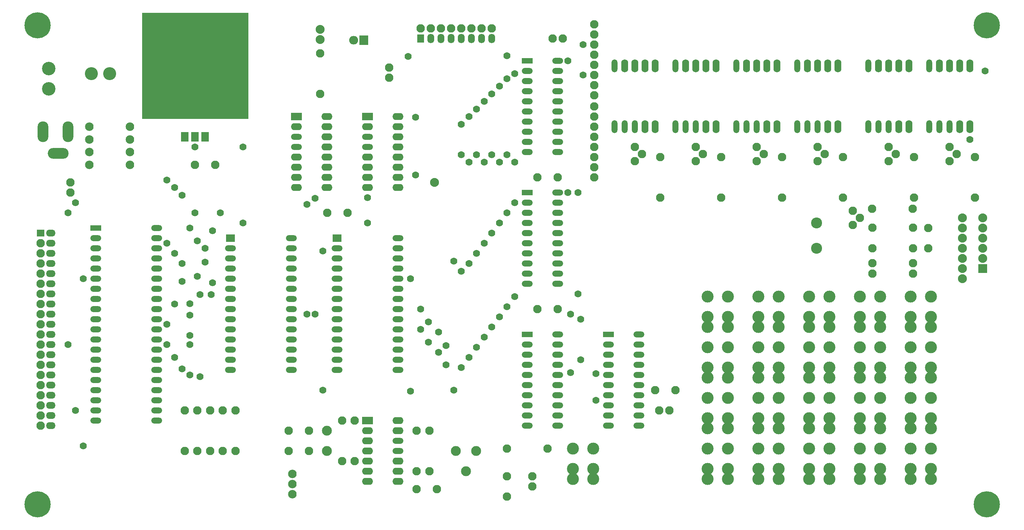
<source format=gbs>
G04 Layer_Color=16711935*
%FSLAX25Y25*%
%MOIN*%
G70*
G01*
G75*
%ADD13R,1.04600X1.05000*%
%ADD56C,0.11800*%
%ADD57C,0.08800*%
%ADD58C,0.08300*%
%ADD59O,0.10800X0.05800*%
%ADD60R,0.10800X0.05800*%
%ADD61R,0.10800X0.07800*%
%ADD62O,0.10800X0.06800*%
%ADD63R,0.08800X0.07300*%
%ADD64C,0.12800*%
%ADD65O,0.06800X0.09300*%
%ADD66R,0.06800X0.08300*%
%ADD67C,0.10800*%
%ADD68C,0.09800*%
%ADD69R,0.07800X0.06800*%
%ADD70O,0.09300X0.06800*%
%ADD71O,0.05800X0.12800*%
%ADD72O,0.06800X0.12800*%
%ADD73R,0.08800X0.09300*%
%ADD74O,0.08800X0.08400*%
%ADD75C,0.08400*%
%ADD76R,0.08800X0.08800*%
%ADD77O,0.20500X0.10600*%
%ADD78O,0.10600X0.20500*%
%ADD79C,0.13300*%
%ADD80C,0.25800*%
%ADD81R,0.07800X0.09800*%
%ADD82C,0.24800*%
%ADD83C,0.07000*%
D13*
X784300Y835000D02*
D03*
D56*
X1156500Y437500D02*
D03*
X1176500D02*
D03*
Y457500D02*
D03*
X1156500D02*
D03*
Y427500D02*
D03*
X1176500D02*
D03*
X1509000D02*
D03*
X1489000D02*
D03*
Y457500D02*
D03*
X1509000D02*
D03*
Y437500D02*
D03*
X1489000D02*
D03*
X1439000D02*
D03*
X1459000D02*
D03*
Y457500D02*
D03*
X1439000D02*
D03*
Y427500D02*
D03*
X1459000D02*
D03*
X1409000D02*
D03*
X1389000D02*
D03*
Y457500D02*
D03*
X1409000D02*
D03*
Y437500D02*
D03*
X1389000D02*
D03*
X1339000D02*
D03*
X1359000D02*
D03*
Y457500D02*
D03*
X1339000D02*
D03*
Y427500D02*
D03*
X1359000D02*
D03*
X1309000D02*
D03*
X1289000D02*
D03*
Y457500D02*
D03*
X1309000D02*
D03*
Y437500D02*
D03*
X1289000D02*
D03*
X1489000Y487500D02*
D03*
X1509000D02*
D03*
Y507500D02*
D03*
X1489000D02*
D03*
Y477500D02*
D03*
X1509000D02*
D03*
X1459000D02*
D03*
X1439000D02*
D03*
Y507500D02*
D03*
X1459000D02*
D03*
Y487500D02*
D03*
X1439000D02*
D03*
X1389000D02*
D03*
X1409000D02*
D03*
Y507500D02*
D03*
X1389000D02*
D03*
Y477500D02*
D03*
X1409000D02*
D03*
X1359000D02*
D03*
X1339000D02*
D03*
Y507500D02*
D03*
X1359000D02*
D03*
Y487500D02*
D03*
X1339000D02*
D03*
X1289000D02*
D03*
X1309000D02*
D03*
Y507500D02*
D03*
X1289000D02*
D03*
Y477500D02*
D03*
X1309000D02*
D03*
X1509000Y527500D02*
D03*
X1489000D02*
D03*
Y557500D02*
D03*
X1509000D02*
D03*
Y537500D02*
D03*
X1489000D02*
D03*
X1439000D02*
D03*
X1459000D02*
D03*
Y557500D02*
D03*
X1439000D02*
D03*
Y527500D02*
D03*
X1459000D02*
D03*
X1409000D02*
D03*
X1389000D02*
D03*
Y557500D02*
D03*
X1409000D02*
D03*
Y537500D02*
D03*
X1389000D02*
D03*
X1339000D02*
D03*
X1359000D02*
D03*
Y557500D02*
D03*
X1339000D02*
D03*
Y527500D02*
D03*
X1359000D02*
D03*
X1309000D02*
D03*
X1289000D02*
D03*
Y557500D02*
D03*
X1309000D02*
D03*
Y537500D02*
D03*
X1289000D02*
D03*
X1489000Y587500D02*
D03*
X1509000D02*
D03*
Y607500D02*
D03*
X1489000D02*
D03*
Y577500D02*
D03*
X1509000D02*
D03*
X1459000D02*
D03*
X1439000D02*
D03*
Y607500D02*
D03*
X1459000D02*
D03*
Y587500D02*
D03*
X1439000D02*
D03*
X1389000D02*
D03*
X1409000D02*
D03*
Y607500D02*
D03*
X1389000D02*
D03*
Y577500D02*
D03*
X1409000D02*
D03*
X1359000D02*
D03*
X1339000D02*
D03*
Y607500D02*
D03*
X1359000D02*
D03*
Y587500D02*
D03*
X1339000D02*
D03*
X1289000D02*
D03*
X1309000D02*
D03*
Y607500D02*
D03*
X1289000D02*
D03*
Y577500D02*
D03*
X1309000D02*
D03*
D57*
X1020000Y720000D02*
D03*
X1540000Y625000D02*
D03*
X907500Y861000D02*
D03*
Y871000D02*
D03*
X1540000Y685000D02*
D03*
Y675000D02*
D03*
X1560000Y685000D02*
D03*
Y665000D02*
D03*
Y645000D02*
D03*
Y655000D02*
D03*
Y675000D02*
D03*
X1540000Y635000D02*
D03*
Y645000D02*
D03*
Y655000D02*
D03*
Y665000D02*
D03*
D58*
X1022500Y417500D02*
D03*
X1002500D02*
D03*
X876500Y455000D02*
D03*
X896500D02*
D03*
X876500Y475000D02*
D03*
X896500D02*
D03*
X1177500Y846000D02*
D03*
Y836000D02*
D03*
Y826000D02*
D03*
Y816000D02*
D03*
Y806000D02*
D03*
Y856000D02*
D03*
Y866000D02*
D03*
Y876000D02*
D03*
Y765000D02*
D03*
Y755000D02*
D03*
Y745000D02*
D03*
Y735000D02*
D03*
Y725000D02*
D03*
Y775000D02*
D03*
Y785000D02*
D03*
Y795000D02*
D03*
X1451500Y640500D02*
D03*
X1491500D02*
D03*
X1006500Y872000D02*
D03*
X1016500D02*
D03*
X1026500D02*
D03*
X1036500D02*
D03*
X1046500D02*
D03*
X1056500D02*
D03*
X1066500D02*
D03*
X1076500D02*
D03*
X1439000Y685000D02*
D03*
X1432000Y678000D02*
D03*
Y692000D02*
D03*
X934500Y690000D02*
D03*
X914500D02*
D03*
X1491500Y655000D02*
D03*
X1451500D02*
D03*
X1491000Y694000D02*
D03*
X1451000D02*
D03*
X1257500Y515000D02*
D03*
X1237500D02*
D03*
X1015000Y475000D02*
D03*
Y435000D02*
D03*
X1002500Y475000D02*
D03*
Y435000D02*
D03*
X941500Y485000D02*
D03*
Y445000D02*
D03*
X929000Y485000D02*
D03*
Y445000D02*
D03*
X1091500Y457500D02*
D03*
X1131500D02*
D03*
X907500Y807500D02*
D03*
Y847500D02*
D03*
X1491500Y630000D02*
D03*
X1451500D02*
D03*
X1506500Y675000D02*
D03*
Y655000D02*
D03*
X632000Y660000D02*
D03*
Y650000D02*
D03*
Y640000D02*
D03*
Y630000D02*
D03*
Y620000D02*
D03*
Y610000D02*
D03*
Y600000D02*
D03*
Y590000D02*
D03*
Y580000D02*
D03*
Y570000D02*
D03*
Y560000D02*
D03*
Y550000D02*
D03*
Y540000D02*
D03*
Y530000D02*
D03*
Y520000D02*
D03*
Y510000D02*
D03*
Y500000D02*
D03*
Y490000D02*
D03*
Y480000D02*
D03*
X661500Y710000D02*
D03*
Y720000D02*
D03*
X1136500Y862000D02*
D03*
X1146500D02*
D03*
X1116500Y430000D02*
D03*
Y420000D02*
D03*
X1251500Y495000D02*
D03*
X1241500D02*
D03*
X774000D02*
D03*
Y455000D02*
D03*
X786500Y495000D02*
D03*
Y455000D02*
D03*
X799000Y495000D02*
D03*
Y455000D02*
D03*
X811500Y495000D02*
D03*
Y455000D02*
D03*
X824000Y495000D02*
D03*
Y455000D02*
D03*
X1552500Y745000D02*
D03*
Y705000D02*
D03*
X1527500Y755000D02*
D03*
Y741000D02*
D03*
X1534500Y748000D02*
D03*
X1492500Y705000D02*
D03*
Y745000D02*
D03*
X1474500Y748000D02*
D03*
X1467500Y741000D02*
D03*
Y755000D02*
D03*
X1422500Y705000D02*
D03*
Y745000D02*
D03*
X1397500Y755000D02*
D03*
Y741000D02*
D03*
X1404500Y748000D02*
D03*
X1362500Y705000D02*
D03*
Y745000D02*
D03*
X1344500Y748000D02*
D03*
X1337500Y741000D02*
D03*
Y755000D02*
D03*
X1302500Y705000D02*
D03*
Y745000D02*
D03*
X1277500Y755000D02*
D03*
Y741000D02*
D03*
X1284500Y748000D02*
D03*
X1242500Y705000D02*
D03*
Y745000D02*
D03*
X1224500Y748000D02*
D03*
X1217500Y741000D02*
D03*
Y755000D02*
D03*
X784000Y737500D02*
D03*
X804000D02*
D03*
X975500Y823500D02*
D03*
Y833500D02*
D03*
X1091500Y410000D02*
D03*
Y430000D02*
D03*
X1121500Y595000D02*
D03*
X1141500D02*
D03*
X1121500Y725000D02*
D03*
X1141500D02*
D03*
X1451500Y675500D02*
D03*
X1491500D02*
D03*
D59*
X1221500Y570000D02*
D03*
Y560000D02*
D03*
Y550000D02*
D03*
Y540000D02*
D03*
Y530000D02*
D03*
Y520000D02*
D03*
Y510000D02*
D03*
Y500000D02*
D03*
Y490000D02*
D03*
Y480000D02*
D03*
X1191500D02*
D03*
Y490000D02*
D03*
Y500000D02*
D03*
Y510000D02*
D03*
Y520000D02*
D03*
Y530000D02*
D03*
Y540000D02*
D03*
Y550000D02*
D03*
Y560000D02*
D03*
X746500Y675000D02*
D03*
Y665000D02*
D03*
Y655000D02*
D03*
Y645000D02*
D03*
Y635000D02*
D03*
Y625000D02*
D03*
Y615000D02*
D03*
Y605000D02*
D03*
Y595000D02*
D03*
Y585000D02*
D03*
Y575000D02*
D03*
Y565000D02*
D03*
Y555000D02*
D03*
Y545000D02*
D03*
Y535000D02*
D03*
Y525000D02*
D03*
Y515000D02*
D03*
Y505000D02*
D03*
Y495000D02*
D03*
Y485000D02*
D03*
X686500D02*
D03*
Y495000D02*
D03*
Y505000D02*
D03*
Y515000D02*
D03*
Y525000D02*
D03*
Y535000D02*
D03*
Y545000D02*
D03*
Y555000D02*
D03*
Y565000D02*
D03*
Y575000D02*
D03*
Y585000D02*
D03*
Y595000D02*
D03*
Y605000D02*
D03*
Y615000D02*
D03*
Y625000D02*
D03*
Y635000D02*
D03*
Y645000D02*
D03*
Y655000D02*
D03*
Y665000D02*
D03*
X954000Y765000D02*
D03*
Y755000D02*
D03*
X984000Y665000D02*
D03*
Y655000D02*
D03*
Y645000D02*
D03*
Y635000D02*
D03*
Y625000D02*
D03*
Y615000D02*
D03*
Y605000D02*
D03*
Y595000D02*
D03*
Y585000D02*
D03*
Y575000D02*
D03*
Y565000D02*
D03*
Y555000D02*
D03*
Y545000D02*
D03*
Y535000D02*
D03*
X924000D02*
D03*
Y545000D02*
D03*
Y555000D02*
D03*
Y565000D02*
D03*
Y575000D02*
D03*
Y585000D02*
D03*
Y595000D02*
D03*
Y605000D02*
D03*
Y615000D02*
D03*
Y625000D02*
D03*
Y635000D02*
D03*
Y645000D02*
D03*
Y655000D02*
D03*
X819000D02*
D03*
Y645000D02*
D03*
Y635000D02*
D03*
Y625000D02*
D03*
Y615000D02*
D03*
Y605000D02*
D03*
Y595000D02*
D03*
Y585000D02*
D03*
Y575000D02*
D03*
Y565000D02*
D03*
Y555000D02*
D03*
Y545000D02*
D03*
Y535000D02*
D03*
X879000D02*
D03*
Y545000D02*
D03*
Y555000D02*
D03*
Y565000D02*
D03*
Y575000D02*
D03*
Y585000D02*
D03*
Y595000D02*
D03*
Y605000D02*
D03*
Y615000D02*
D03*
Y625000D02*
D03*
Y635000D02*
D03*
Y645000D02*
D03*
Y655000D02*
D03*
Y665000D02*
D03*
X1141500Y570000D02*
D03*
Y560000D02*
D03*
Y550000D02*
D03*
Y540000D02*
D03*
Y530000D02*
D03*
Y520000D02*
D03*
Y510000D02*
D03*
Y500000D02*
D03*
Y490000D02*
D03*
Y480000D02*
D03*
X1111500D02*
D03*
Y490000D02*
D03*
Y500000D02*
D03*
Y510000D02*
D03*
Y520000D02*
D03*
Y530000D02*
D03*
Y540000D02*
D03*
Y550000D02*
D03*
Y560000D02*
D03*
X1141500Y710000D02*
D03*
Y700000D02*
D03*
Y690000D02*
D03*
Y680000D02*
D03*
Y670000D02*
D03*
Y660000D02*
D03*
Y650000D02*
D03*
Y640000D02*
D03*
Y630000D02*
D03*
Y620000D02*
D03*
X1111500D02*
D03*
Y630000D02*
D03*
Y640000D02*
D03*
Y650000D02*
D03*
Y660000D02*
D03*
Y670000D02*
D03*
Y680000D02*
D03*
Y690000D02*
D03*
Y700000D02*
D03*
X1141500Y840000D02*
D03*
Y830000D02*
D03*
Y820000D02*
D03*
Y810000D02*
D03*
Y800000D02*
D03*
Y790000D02*
D03*
Y780000D02*
D03*
Y770000D02*
D03*
Y760000D02*
D03*
Y750000D02*
D03*
X1111500D02*
D03*
Y760000D02*
D03*
Y770000D02*
D03*
Y780000D02*
D03*
Y790000D02*
D03*
Y800000D02*
D03*
Y810000D02*
D03*
Y820000D02*
D03*
Y830000D02*
D03*
X984000Y455000D02*
D03*
Y465000D02*
D03*
X884000Y765000D02*
D03*
Y755000D02*
D03*
D60*
X1191500Y570000D02*
D03*
X686500Y675000D02*
D03*
X1111500Y570000D02*
D03*
Y710000D02*
D03*
Y840000D02*
D03*
D61*
X954000Y785000D02*
D03*
Y485000D02*
D03*
X884000Y785000D02*
D03*
D62*
X954000Y775000D02*
D03*
Y745000D02*
D03*
Y735000D02*
D03*
Y725000D02*
D03*
Y715000D02*
D03*
X984000D02*
D03*
Y725000D02*
D03*
Y735000D02*
D03*
Y745000D02*
D03*
Y755000D02*
D03*
Y765000D02*
D03*
Y775000D02*
D03*
Y785000D02*
D03*
X954000Y475000D02*
D03*
Y465000D02*
D03*
Y455000D02*
D03*
Y445000D02*
D03*
Y435000D02*
D03*
Y425000D02*
D03*
X984000D02*
D03*
Y435000D02*
D03*
Y445000D02*
D03*
Y475000D02*
D03*
Y485000D02*
D03*
X884000Y775000D02*
D03*
Y745000D02*
D03*
Y735000D02*
D03*
Y725000D02*
D03*
Y715000D02*
D03*
X914000D02*
D03*
Y725000D02*
D03*
Y735000D02*
D03*
Y745000D02*
D03*
Y755000D02*
D03*
Y765000D02*
D03*
Y775000D02*
D03*
Y785000D02*
D03*
D63*
X924000Y665000D02*
D03*
X819000D02*
D03*
D64*
X700000Y827500D02*
D03*
X682000D02*
D03*
D65*
X1016500Y862000D02*
D03*
X1026500D02*
D03*
X1036500D02*
D03*
X1046500D02*
D03*
X1056500D02*
D03*
X1066500D02*
D03*
X1076500D02*
D03*
D66*
X1006500D02*
D03*
D67*
X1396500Y655000D02*
D03*
Y680000D02*
D03*
D68*
X914000Y475000D02*
D03*
Y455000D02*
D03*
X1051000Y435000D02*
D03*
X1041000Y455000D02*
D03*
X1061000D02*
D03*
D69*
X632000Y670000D02*
D03*
D70*
X642000D02*
D03*
Y660000D02*
D03*
Y650000D02*
D03*
Y640000D02*
D03*
Y630000D02*
D03*
Y620000D02*
D03*
Y610000D02*
D03*
Y600000D02*
D03*
Y590000D02*
D03*
Y580000D02*
D03*
Y570000D02*
D03*
Y560000D02*
D03*
Y550000D02*
D03*
Y540000D02*
D03*
Y530000D02*
D03*
Y520000D02*
D03*
Y510000D02*
D03*
Y500000D02*
D03*
Y490000D02*
D03*
Y480000D02*
D03*
D71*
X1197500Y775000D02*
D03*
X1207500D02*
D03*
X1217500D02*
D03*
X1197500Y835000D02*
D03*
X1257500D02*
D03*
X1277500Y775000D02*
D03*
X1267500D02*
D03*
X1257500D02*
D03*
X1317500D02*
D03*
X1327500D02*
D03*
X1337500D02*
D03*
X1317500Y835000D02*
D03*
X1377500D02*
D03*
X1397500Y775000D02*
D03*
X1387500D02*
D03*
X1377500D02*
D03*
X1447500D02*
D03*
X1457500D02*
D03*
X1467500D02*
D03*
X1447500Y835000D02*
D03*
X1507500D02*
D03*
X1527500Y775000D02*
D03*
X1517500D02*
D03*
X1507500D02*
D03*
D72*
X1227500D02*
D03*
X1237500D02*
D03*
Y835000D02*
D03*
X1227500D02*
D03*
X1217500D02*
D03*
X1207500D02*
D03*
X1267500D02*
D03*
X1277500D02*
D03*
X1287500D02*
D03*
X1297500D02*
D03*
Y775000D02*
D03*
X1287500D02*
D03*
X1347500D02*
D03*
X1357500D02*
D03*
Y835000D02*
D03*
X1347500D02*
D03*
X1337500D02*
D03*
X1327500D02*
D03*
X1387500D02*
D03*
X1397500D02*
D03*
X1407500D02*
D03*
X1417500D02*
D03*
Y775000D02*
D03*
X1407500D02*
D03*
X1477500D02*
D03*
X1487500D02*
D03*
Y835000D02*
D03*
X1477500D02*
D03*
X1467500D02*
D03*
X1457500D02*
D03*
X1517500D02*
D03*
X1527500D02*
D03*
X1537500D02*
D03*
X1547500D02*
D03*
Y775000D02*
D03*
X1537500D02*
D03*
D73*
X950500Y860500D02*
D03*
D74*
X940500D02*
D03*
D75*
X720000Y775000D02*
D03*
X680000D02*
D03*
X880000Y432500D02*
D03*
Y422500D02*
D03*
Y412500D02*
D03*
X680000Y737500D02*
D03*
X720000D02*
D03*
X680000Y762500D02*
D03*
X720000D02*
D03*
Y750000D02*
D03*
X680000D02*
D03*
D76*
X1560000Y635000D02*
D03*
D77*
X649300Y748800D02*
D03*
D78*
X659100Y770000D02*
D03*
X634500D02*
D03*
D79*
X640000Y832500D02*
D03*
Y812500D02*
D03*
D80*
X1564000Y402500D02*
D03*
Y875000D02*
D03*
X629000D02*
D03*
Y402500D02*
D03*
D81*
X774000Y765000D02*
D03*
X784000D02*
D03*
X794000D02*
D03*
D82*
X784000Y835000D02*
D03*
D83*
X800000Y609500D02*
D03*
X910000Y515000D02*
D03*
Y652500D02*
D03*
X902500Y590000D02*
D03*
Y704500D02*
D03*
X1164000Y545000D02*
D03*
Y585000D02*
D03*
X1154000Y590000D02*
D03*
X1562500Y830000D02*
D03*
X1166500Y856000D02*
D03*
Y826000D02*
D03*
X1154000Y532500D02*
D03*
X1161500Y610000D02*
D03*
Y710000D02*
D03*
X1179000Y531500D02*
D03*
Y505000D02*
D03*
X1151500Y840000D02*
D03*
Y710000D02*
D03*
X1091500Y822500D02*
D03*
Y747500D02*
D03*
Y690000D02*
D03*
Y597500D02*
D03*
X1099000Y827500D02*
D03*
Y740000D02*
D03*
Y700000D02*
D03*
Y607500D02*
D03*
X1061500Y792500D02*
D03*
Y747500D02*
D03*
Y650000D02*
D03*
Y557500D02*
D03*
X1076500Y747500D02*
D03*
Y670000D02*
D03*
Y577500D02*
D03*
Y807500D02*
D03*
X1069000Y800000D02*
D03*
Y740000D02*
D03*
Y660000D02*
D03*
Y567500D02*
D03*
X1084000Y740000D02*
D03*
Y680000D02*
D03*
Y587500D02*
D03*
Y815000D02*
D03*
X1024000Y552500D02*
D03*
Y572500D02*
D03*
X1031500Y559000D02*
D03*
Y540000D02*
D03*
X1054000Y640000D02*
D03*
Y547500D02*
D03*
Y740000D02*
D03*
Y785000D02*
D03*
X1046500Y747500D02*
D03*
Y777500D02*
D03*
Y632500D02*
D03*
Y537500D02*
D03*
X1039000Y642500D02*
D03*
Y515000D02*
D03*
X996500Y514000D02*
D03*
Y625000D02*
D03*
X1001500Y784500D02*
D03*
Y727500D02*
D03*
X1006500Y595000D02*
D03*
Y575000D02*
D03*
X1014000Y562500D02*
D03*
Y582500D02*
D03*
X954000Y705000D02*
D03*
Y680000D02*
D03*
X894500Y698500D02*
D03*
Y590000D02*
D03*
X801500Y621000D02*
D03*
Y672500D02*
D03*
X809000Y690000D02*
D03*
X831500Y680000D02*
D03*
Y755000D02*
D03*
X771500Y536000D02*
D03*
Y622500D02*
D03*
Y640000D02*
D03*
Y707500D02*
D03*
X779000Y569000D02*
D03*
Y589000D02*
D03*
Y530000D02*
D03*
Y560000D02*
D03*
Y600500D02*
D03*
Y675000D02*
D03*
X784000Y755000D02*
D03*
Y690000D02*
D03*
X786500Y627500D02*
D03*
Y662500D02*
D03*
X794000Y655000D02*
D03*
Y641500D02*
D03*
X789000Y528500D02*
D03*
Y609500D02*
D03*
X756500Y560000D02*
D03*
Y580000D02*
D03*
Y660000D02*
D03*
Y722500D02*
D03*
X764000Y547500D02*
D03*
Y600000D02*
D03*
Y650000D02*
D03*
Y715000D02*
D03*
X674000Y460000D02*
D03*
Y625000D02*
D03*
X659000Y690000D02*
D03*
Y560000D02*
D03*
X666500Y495000D02*
D03*
Y700000D02*
D03*
X1547500Y762500D02*
D03*
X1091500Y845000D02*
D03*
X994000Y844500D02*
D03*
M02*

</source>
